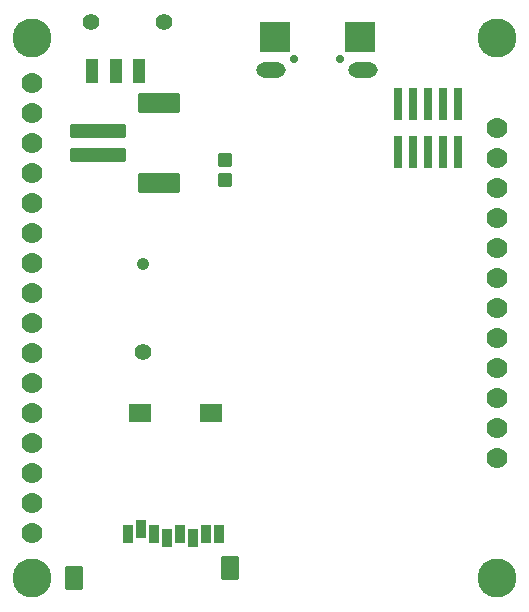
<source format=gbr>
%TF.GenerationSoftware,KiCad,Pcbnew,(6.0.0-0)*%
%TF.CreationDate,2022-01-15T19:35:46-06:00*%
%TF.ProjectId,dropkick,64726f70-6b69-4636-9b2e-6b696361645f,rev?*%
%TF.SameCoordinates,Original*%
%TF.FileFunction,Soldermask,Bot*%
%TF.FilePolarity,Negative*%
%FSLAX46Y46*%
G04 Gerber Fmt 4.6, Leading zero omitted, Abs format (unit mm)*
G04 Created by KiCad (PCBNEW (6.0.0-0)) date 2022-01-15 19:35:46*
%MOMM*%
%LPD*%
G01*
G04 APERTURE LIST*
G04 Aperture macros list*
%AMRoundRect*
0 Rectangle with rounded corners*
0 $1 Rounding radius*
0 $2 $3 $4 $5 $6 $7 $8 $9 X,Y pos of 4 corners*
0 Add a 4 corners polygon primitive as box body*
4,1,4,$2,$3,$4,$5,$6,$7,$8,$9,$2,$3,0*
0 Add four circle primitives for the rounded corners*
1,1,$1+$1,$2,$3*
1,1,$1+$1,$4,$5*
1,1,$1+$1,$6,$7*
1,1,$1+$1,$8,$9*
0 Add four rect primitives between the rounded corners*
20,1,$1+$1,$2,$3,$4,$5,0*
20,1,$1+$1,$4,$5,$6,$7,0*
20,1,$1+$1,$6,$7,$8,$9,0*
20,1,$1+$1,$8,$9,$2,$3,0*%
G04 Aperture macros list end*
%ADD10C,3.301600*%
%ADD11C,1.778000*%
%ADD12C,0.700000*%
%ADD13O,2.501600X1.301600*%
%ADD14RoundRect,0.050800X-1.250000X1.250000X-1.250000X-1.250000X1.250000X-1.250000X1.250000X1.250000X0*%
%ADD15C,1.400000*%
%ADD16C,1.070000*%
%ADD17RoundRect,0.050800X0.350000X0.750000X-0.350000X0.750000X-0.350000X-0.750000X0.350000X-0.750000X0*%
%ADD18RoundRect,0.050800X0.900000X-0.700000X0.900000X0.700000X-0.900000X0.700000X-0.900000X-0.700000X0*%
%ADD19RoundRect,0.050800X0.700000X0.950000X-0.700000X0.950000X-0.700000X-0.950000X0.700000X-0.950000X0*%
%ADD20RoundRect,0.050800X2.300000X-0.500000X2.300000X0.500000X-2.300000X0.500000X-2.300000X-0.500000X0*%
%ADD21RoundRect,0.050800X-1.700000X-0.800000X1.700000X-0.800000X1.700000X0.800000X-1.700000X0.800000X0*%
%ADD22R,1.092200X2.006600*%
%ADD23C,1.397000*%
%ADD24R,0.650000X2.760000*%
%ADD25R,0.650000X2.750000*%
%ADD26RoundRect,0.050800X-0.500000X0.537500X-0.500000X-0.537500X0.500000X-0.537500X0.500000X0.537500X0*%
G04 APERTURE END LIST*
D10*
%TO.C,H2*%
X105410000Y-46990000D03*
%TD*%
%TO.C,H1*%
X66040000Y-46990000D03*
%TD*%
%TO.C,H4*%
X105410000Y-92710000D03*
%TD*%
%TO.C,H3*%
X66040000Y-92710000D03*
%TD*%
D11*
%TO.C,JP5*%
X66040000Y-88900000D03*
X66040000Y-86360000D03*
X66040000Y-83820000D03*
X66040000Y-81280000D03*
X66040000Y-78740000D03*
X66040000Y-76200000D03*
X66040000Y-73660000D03*
X66040000Y-71120000D03*
X66040000Y-68580000D03*
X66040000Y-66040000D03*
X66040000Y-63500000D03*
X66040000Y-60960000D03*
X66040000Y-58420000D03*
X66040000Y-55880000D03*
X66040000Y-53340000D03*
X66040000Y-50800000D03*
%TD*%
%TO.C,JP4*%
X105410000Y-54610000D03*
X105410000Y-57150000D03*
X105410000Y-59690000D03*
X105410000Y-62230000D03*
X105410000Y-64770000D03*
X105410000Y-67310000D03*
X105410000Y-69850000D03*
X105410000Y-72390000D03*
X105410000Y-74930000D03*
X105410000Y-77470000D03*
X105410000Y-80010000D03*
X105410000Y-82550000D03*
%TD*%
D12*
%TO.C,X1*%
X88219600Y-48816600D03*
X92119600Y-48816600D03*
D13*
X94069600Y-49716600D03*
X86269600Y-49716600D03*
D14*
X93769600Y-46916600D03*
X86569600Y-46916600D03*
%TD*%
D15*
%TO.C,B1*%
X75438000Y-73596000D03*
D16*
X75438000Y-66096000D03*
%TD*%
D17*
%TO.C,X3*%
X74200000Y-88952000D03*
X75300000Y-88552000D03*
X76400000Y-88952000D03*
X77500000Y-89352000D03*
X78600000Y-88952000D03*
X79700000Y-89352000D03*
X80800000Y-88952000D03*
X81900000Y-88952000D03*
D18*
X81200000Y-78752000D03*
X75200000Y-78752000D03*
D19*
X82800000Y-91852000D03*
X69600000Y-92752000D03*
%TD*%
D20*
%TO.C,X2*%
X71614000Y-56880000D03*
X71614000Y-54880000D03*
D21*
X76814000Y-59280000D03*
X76814000Y-52480000D03*
%TD*%
D22*
%TO.C,SW1*%
X71120000Y-49784000D03*
X73120001Y-49784000D03*
X75120002Y-49784000D03*
D23*
X70994999Y-45683932D03*
X77244999Y-45683932D03*
%TD*%
D24*
%TO.C,JP2*%
X97028000Y-52580000D03*
X97028000Y-56640000D03*
X98298000Y-52580000D03*
D25*
X98298000Y-56640000D03*
D24*
X99568000Y-52580000D03*
X99568000Y-56640000D03*
X100838000Y-52580000D03*
X100838000Y-56640000D03*
X102108000Y-52580000D03*
X102108000Y-56640000D03*
%TD*%
D26*
%TO.C,SJ4*%
X82400000Y-57350000D03*
X82400000Y-59050000D03*
%TD*%
M02*

</source>
